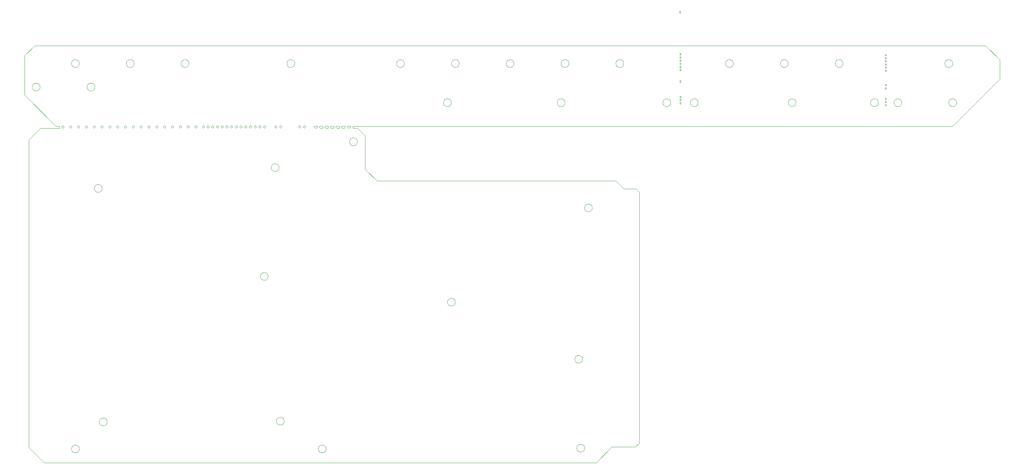
<source format=gbr>
%TF.GenerationSoftware,KiCad,Pcbnew,8.0.3-1.fc40*%
%TF.CreationDate,2024-06-20T20:24:14-04:00*%
%TF.ProjectId,sampler_split_sensor,73616d70-6c65-4725-9f73-706c69745f73,rev?*%
%TF.SameCoordinates,Original*%
%TF.FileFunction,Profile,NP*%
%FSLAX46Y46*%
G04 Gerber Fmt 4.6, Leading zero omitted, Abs format (unit mm)*
G04 Created by KiCad (PCBNEW 8.0.3-1.fc40) date 2024-06-20 20:24:14*
%MOMM*%
%LPD*%
G01*
G04 APERTURE LIST*
%TA.AperFunction,Profile*%
%ADD10C,0.050000*%
%TD*%
G04 APERTURE END LIST*
D10*
X27082843Y-52217158D02*
G75*
G02*
X26517157Y-52217158I-282843J0D01*
G01*
X26517157Y-52217158D02*
G75*
G02*
X27082843Y-52217158I282843J0D01*
G01*
X25082843Y-52217158D02*
G75*
G02*
X24517157Y-52217158I-282843J0D01*
G01*
X24517157Y-52217158D02*
G75*
G02*
X25082843Y-52217158I282843J0D01*
G01*
X23082843Y-52217158D02*
G75*
G02*
X22517157Y-52217158I-282843J0D01*
G01*
X22517157Y-52217158D02*
G75*
G02*
X23082843Y-52217158I282843J0D01*
G01*
X33082843Y-52217158D02*
G75*
G02*
X32517157Y-52217158I-282843J0D01*
G01*
X32517157Y-52217158D02*
G75*
G02*
X33082843Y-52217158I282843J0D01*
G01*
X31082843Y-52217158D02*
G75*
G02*
X30517157Y-52217158I-282843J0D01*
G01*
X30517157Y-52217158D02*
G75*
G02*
X31082843Y-52217158I282843J0D01*
G01*
X29082843Y-52217158D02*
G75*
G02*
X28517157Y-52217158I-282843J0D01*
G01*
X28517157Y-52217158D02*
G75*
G02*
X29082843Y-52217158I282843J0D01*
G01*
X39082843Y-52217158D02*
G75*
G02*
X38517157Y-52217158I-282843J0D01*
G01*
X38517157Y-52217158D02*
G75*
G02*
X39082843Y-52217158I282843J0D01*
G01*
X37082843Y-52217158D02*
G75*
G02*
X36517157Y-52217158I-282843J0D01*
G01*
X36517157Y-52217158D02*
G75*
G02*
X37082843Y-52217158I282843J0D01*
G01*
X35082843Y-52217158D02*
G75*
G02*
X34517157Y-52217158I-282843J0D01*
G01*
X34517157Y-52217158D02*
G75*
G02*
X35082843Y-52217158I282843J0D01*
G01*
X45082843Y-52217158D02*
G75*
G02*
X44517157Y-52217158I-282843J0D01*
G01*
X44517157Y-52217158D02*
G75*
G02*
X45082843Y-52217158I282843J0D01*
G01*
X43082843Y-52217158D02*
G75*
G02*
X42517157Y-52217158I-282843J0D01*
G01*
X42517157Y-52217158D02*
G75*
G02*
X43082843Y-52217158I282843J0D01*
G01*
X41082843Y-52217158D02*
G75*
G02*
X40517157Y-52217158I-282843J0D01*
G01*
X40517157Y-52217158D02*
G75*
G02*
X41082843Y-52217158I282843J0D01*
G01*
X51082843Y-52217158D02*
G75*
G02*
X50517157Y-52217158I-282843J0D01*
G01*
X50517157Y-52217158D02*
G75*
G02*
X51082843Y-52217158I282843J0D01*
G01*
X49082843Y-52217158D02*
G75*
G02*
X48517157Y-52217158I-282843J0D01*
G01*
X48517157Y-52217158D02*
G75*
G02*
X49082843Y-52217158I282843J0D01*
G01*
X47082843Y-52217158D02*
G75*
G02*
X46517157Y-52217158I-282843J0D01*
G01*
X46517157Y-52217158D02*
G75*
G02*
X47082843Y-52217158I282843J0D01*
G01*
X53100001Y-52200000D02*
G75*
G02*
X52534315Y-52200000I-282843J0D01*
G01*
X52534315Y-52200000D02*
G75*
G02*
X53100001Y-52200000I282843J0D01*
G01*
X55100001Y-52200000D02*
G75*
G02*
X54534315Y-52200000I-282843J0D01*
G01*
X54534315Y-52200000D02*
G75*
G02*
X55100001Y-52200000I282843J0D01*
G01*
X57100001Y-52200000D02*
G75*
G02*
X56534315Y-52200000I-282843J0D01*
G01*
X56534315Y-52200000D02*
G75*
G02*
X57100001Y-52200000I282843J0D01*
G01*
X60182843Y-52200000D02*
G75*
G02*
X59617157Y-52200000I-282843J0D01*
G01*
X59617157Y-52200000D02*
G75*
G02*
X60182843Y-52200000I282843J0D01*
G01*
X58965685Y-52200000D02*
G75*
G02*
X58399999Y-52200000I-282843J0D01*
G01*
X58399999Y-52200000D02*
G75*
G02*
X58965685Y-52200000I282843J0D01*
G01*
X61365685Y-52200000D02*
G75*
G02*
X60799999Y-52200000I-282843J0D01*
G01*
X60799999Y-52200000D02*
G75*
G02*
X61365685Y-52200000I282843J0D01*
G01*
X63765685Y-52200000D02*
G75*
G02*
X63199999Y-52200000I-282843J0D01*
G01*
X63199999Y-52200000D02*
G75*
G02*
X63765685Y-52200000I282843J0D01*
G01*
X62582843Y-52200000D02*
G75*
G02*
X62017157Y-52200000I-282843J0D01*
G01*
X62017157Y-52200000D02*
G75*
G02*
X62582843Y-52200000I282843J0D01*
G01*
X64982843Y-52200000D02*
G75*
G02*
X64417157Y-52200000I-282843J0D01*
G01*
X64417157Y-52200000D02*
G75*
G02*
X64982843Y-52200000I282843J0D01*
G01*
X66165685Y-52200000D02*
G75*
G02*
X65599999Y-52200000I-282843J0D01*
G01*
X65599999Y-52200000D02*
G75*
G02*
X66165685Y-52200000I282843J0D01*
G01*
X68565685Y-52200000D02*
G75*
G02*
X67999999Y-52200000I-282843J0D01*
G01*
X67999999Y-52200000D02*
G75*
G02*
X68565685Y-52200000I282843J0D01*
G01*
X67382843Y-52200000D02*
G75*
G02*
X66817157Y-52200000I-282843J0D01*
G01*
X66817157Y-52200000D02*
G75*
G02*
X67382843Y-52200000I282843J0D01*
G01*
X69782843Y-52200000D02*
G75*
G02*
X69217157Y-52200000I-282843J0D01*
G01*
X69217157Y-52200000D02*
G75*
G02*
X69782843Y-52200000I282843J0D01*
G01*
X70982843Y-52200000D02*
G75*
G02*
X70417157Y-52200000I-282843J0D01*
G01*
X70417157Y-52200000D02*
G75*
G02*
X70982843Y-52200000I282843J0D01*
G01*
X72200001Y-52200000D02*
G75*
G02*
X71634315Y-52200000I-282843J0D01*
G01*
X71634315Y-52200000D02*
G75*
G02*
X72200001Y-52200000I282843J0D01*
G01*
X73382843Y-52200000D02*
G75*
G02*
X72817157Y-52200000I-282843J0D01*
G01*
X72817157Y-52200000D02*
G75*
G02*
X73382843Y-52200000I282843J0D01*
G01*
X74600001Y-52200000D02*
G75*
G02*
X74034315Y-52200000I-282843J0D01*
G01*
X74034315Y-52200000D02*
G75*
G02*
X74600001Y-52200000I282843J0D01*
G01*
X77482843Y-52200000D02*
G75*
G02*
X76917157Y-52200000I-282843J0D01*
G01*
X76917157Y-52200000D02*
G75*
G02*
X77482843Y-52200000I282843J0D01*
G01*
X78700001Y-52200000D02*
G75*
G02*
X78134315Y-52200000I-282843J0D01*
G01*
X78134315Y-52200000D02*
G75*
G02*
X78700001Y-52200000I282843J0D01*
G01*
X83565685Y-52200000D02*
G75*
G02*
X82999999Y-52200000I-282843J0D01*
G01*
X82999999Y-52200000D02*
G75*
G02*
X83565685Y-52200000I282843J0D01*
G01*
X84782843Y-52200000D02*
G75*
G02*
X84217157Y-52200000I-282843J0D01*
G01*
X84217157Y-52200000D02*
G75*
G02*
X84782843Y-52200000I282843J0D01*
G01*
X87176777Y-51973223D02*
X87676777Y-51973223D01*
X87676777Y-51973223D02*
G75*
G02*
X87926777Y-52223223I3J-249997D01*
G01*
X86926777Y-52223223D02*
G75*
G02*
X87176777Y-51973223I249999J1D01*
G01*
X87176777Y-52473223D02*
G75*
G02*
X86926777Y-52223223I-1J249999D01*
G01*
X87676777Y-52473223D02*
X87176777Y-52473223D01*
X87926777Y-52223223D02*
G75*
G02*
X87676777Y-52473223I-249999J-1D01*
G01*
X89273223Y-52250000D02*
G75*
G02*
X89023223Y-52500000I-249999J-1D01*
G01*
X91850000Y-52526779D02*
X91350000Y-52526779D01*
X89950000Y-52500000D02*
G75*
G02*
X89700000Y-52250000I3J250003D01*
G01*
X89700000Y-52250000D02*
G75*
G02*
X89950000Y-51999994I250003J3D01*
G01*
X89950000Y-52000000D02*
X90450000Y-52000000D01*
X90700000Y-52250000D02*
G75*
G02*
X90450000Y-52499994I-249997J3D01*
G01*
X90450000Y-52000000D02*
G75*
G02*
X90700000Y-52250000I23J-249977D01*
G01*
X90450000Y-52500000D02*
X89950000Y-52500000D01*
X92100000Y-52276779D02*
G75*
G02*
X91850000Y-52526777I-249994J-4D01*
G01*
X89023223Y-52000000D02*
G75*
G02*
X89273223Y-52250000I3J-249997D01*
G01*
X91100000Y-52276779D02*
G75*
G02*
X91350000Y-52026777I249996J6D01*
G01*
X88523223Y-52500000D02*
G75*
G02*
X88273223Y-52250000I-1J249999D01*
G01*
X89023223Y-52500000D02*
X88523223Y-52500000D01*
X88523223Y-52000000D02*
X89023223Y-52000000D01*
X91350000Y-52526779D02*
G75*
G02*
X91100000Y-52276779I-4J249996D01*
G01*
X91850000Y-52026779D02*
G75*
G02*
X92100000Y-52276779I46J-249954D01*
G01*
X88273223Y-52250000D02*
G75*
G02*
X88523223Y-52000000I249999J1D01*
G01*
X91350000Y-52026779D02*
X91850000Y-52026779D01*
X95576777Y-52473223D02*
G75*
G02*
X95326777Y-52223223I-1J249999D01*
G01*
X95326777Y-52223223D02*
G75*
G02*
X95576777Y-51973223I249999J1D01*
G01*
X95576777Y-51973223D02*
X96076777Y-51973223D01*
X96326777Y-52223223D02*
G75*
G02*
X96076777Y-52473223I-249999J-1D01*
G01*
X96076777Y-51973223D02*
G75*
G02*
X96326777Y-52223223I3J-249997D01*
G01*
X96076777Y-52473223D02*
X95576777Y-52473223D01*
X93250000Y-52500000D02*
X92750000Y-52500000D01*
X92750000Y-52000000D02*
X93250000Y-52000000D01*
X93500000Y-52250000D02*
G75*
G02*
X93250000Y-52500000I-250000J0D01*
G01*
X92750000Y-52500000D02*
G75*
G02*
X92500000Y-52250000I0J250000D01*
G01*
X93250000Y-52000000D02*
G75*
G02*
X93500000Y-52250000I0J-250000D01*
G01*
X92500000Y-52250000D02*
G75*
G02*
X92750000Y-52000000I250000J0D01*
G01*
X94150000Y-52000000D02*
X94650000Y-52000000D01*
X94650000Y-52500000D02*
X94150000Y-52500000D01*
X94650000Y-52000000D02*
G75*
G02*
X94900000Y-52250000I0J-250000D01*
G01*
X94900000Y-52250000D02*
G75*
G02*
X94650000Y-52500000I-250000J0D01*
G01*
X93900000Y-52250000D02*
G75*
G02*
X94150000Y-52000000I250000J0D01*
G01*
X94150000Y-52500000D02*
G75*
G02*
X93900000Y-52250000I0J250000D01*
G01*
X27000000Y-36000000D02*
G75*
G02*
X25000000Y-36000000I-1000000J0D01*
G01*
X25000000Y-36000000D02*
G75*
G02*
X27000000Y-36000000I1000000J0D01*
G01*
X41000000Y-36000000D02*
G75*
G02*
X39000000Y-36000000I-1000000J0D01*
G01*
X39000000Y-36000000D02*
G75*
G02*
X41000000Y-36000000I1000000J0D01*
G01*
X55000000Y-36000000D02*
G75*
G02*
X53000000Y-36000000I-1000000J0D01*
G01*
X53000000Y-36000000D02*
G75*
G02*
X55000000Y-36000000I1000000J0D01*
G01*
X82000000Y-36000000D02*
G75*
G02*
X80000000Y-36000000I-1000000J0D01*
G01*
X80000000Y-36000000D02*
G75*
G02*
X82000000Y-36000000I1000000J0D01*
G01*
X110000000Y-36000000D02*
G75*
G02*
X108000000Y-36000000I-1000000J0D01*
G01*
X108000000Y-36000000D02*
G75*
G02*
X110000000Y-36000000I1000000J0D01*
G01*
X124000000Y-36000000D02*
G75*
G02*
X122000000Y-36000000I-1000000J0D01*
G01*
X122000000Y-36000000D02*
G75*
G02*
X124000000Y-36000000I1000000J0D01*
G01*
X138000000Y-36000000D02*
G75*
G02*
X136000000Y-36000000I-1000000J0D01*
G01*
X136000000Y-36000000D02*
G75*
G02*
X138000000Y-36000000I1000000J0D01*
G01*
X152000000Y-36000000D02*
G75*
G02*
X150000000Y-36000000I-1000000J0D01*
G01*
X150000000Y-36000000D02*
G75*
G02*
X152000000Y-36000000I1000000J0D01*
G01*
X166000000Y-36000000D02*
G75*
G02*
X164000000Y-36000000I-1000000J0D01*
G01*
X164000000Y-36000000D02*
G75*
G02*
X166000000Y-36000000I1000000J0D01*
G01*
X194000000Y-36000000D02*
G75*
G02*
X192000000Y-36000000I-1000000J0D01*
G01*
X192000000Y-36000000D02*
G75*
G02*
X194000000Y-36000000I1000000J0D01*
G01*
X208000000Y-36000000D02*
G75*
G02*
X206000000Y-36000000I-1000000J0D01*
G01*
X206000000Y-36000000D02*
G75*
G02*
X208000000Y-36000000I1000000J0D01*
G01*
X222000000Y-36000000D02*
G75*
G02*
X220000000Y-36000000I-1000000J0D01*
G01*
X220000000Y-36000000D02*
G75*
G02*
X222000000Y-36000000I1000000J0D01*
G01*
X210000000Y-46000000D02*
G75*
G02*
X208000000Y-46000000I-1000000J0D01*
G01*
X208000000Y-46000000D02*
G75*
G02*
X210000000Y-46000000I1000000J0D01*
G01*
X123000000Y-97000000D02*
G75*
G02*
X121000000Y-97000000I-1000000J0D01*
G01*
X121000000Y-97000000D02*
G75*
G02*
X123000000Y-97000000I1000000J0D01*
G01*
X158000000Y-72900000D02*
G75*
G02*
X156000000Y-72900000I-1000000J0D01*
G01*
X156000000Y-72900000D02*
G75*
G02*
X158000000Y-72900000I1000000J0D01*
G01*
X98000000Y-56000000D02*
G75*
G02*
X96000000Y-56000000I-1000000J0D01*
G01*
X96000000Y-56000000D02*
G75*
G02*
X98000000Y-56000000I1000000J0D01*
G01*
X250000000Y-36000000D02*
G75*
G02*
X248000000Y-36000000I-1000000J0D01*
G01*
X248000000Y-36000000D02*
G75*
G02*
X250000000Y-36000000I1000000J0D01*
G01*
X251000000Y-46000000D02*
G75*
G02*
X249000000Y-46000000I-1000000J0D01*
G01*
X249000000Y-46000000D02*
G75*
G02*
X251000000Y-46000000I1000000J0D01*
G01*
X237000000Y-46000000D02*
G75*
G02*
X235000000Y-46000000I-1000000J0D01*
G01*
X235000000Y-46000000D02*
G75*
G02*
X237000000Y-46000000I1000000J0D01*
G01*
X17000000Y-42000000D02*
G75*
G02*
X15000000Y-42000000I-1000000J0D01*
G01*
X15000000Y-42000000D02*
G75*
G02*
X17000000Y-42000000I1000000J0D01*
G01*
X31000000Y-42000000D02*
G75*
G02*
X29000000Y-42000000I-1000000J0D01*
G01*
X29000000Y-42000000D02*
G75*
G02*
X31000000Y-42000000I1000000J0D01*
G01*
X122000000Y-46000000D02*
G75*
G02*
X120000000Y-46000000I-1000000J0D01*
G01*
X120000000Y-46000000D02*
G75*
G02*
X122000000Y-46000000I1000000J0D01*
G01*
X262000000Y-35000000D02*
X262000000Y-40000000D01*
X250000000Y-52000000D01*
X97000000Y-52000000D01*
X96800000Y-52100000D01*
X96800000Y-52400000D01*
X97000000Y-52500000D01*
X98000000Y-52500000D01*
X100000000Y-54500000D01*
X100000000Y-63000000D01*
X103000000Y-66000000D01*
X164000000Y-66000000D01*
X166000000Y-68000000D01*
X169100000Y-68000000D01*
X170000000Y-68900000D01*
X170000000Y-133000000D01*
X169000000Y-134000000D01*
X163000000Y-134000000D01*
X159000000Y-138000000D01*
X18000000Y-138000000D01*
X14100000Y-134100000D01*
X14100000Y-55500000D01*
X17100000Y-52500000D01*
X22000000Y-52500000D01*
X22000000Y-52000000D01*
X21000000Y-52000000D01*
X13000000Y-44000000D01*
X13000000Y-34000000D01*
X15600000Y-31400000D01*
X258400000Y-31400000D01*
X262000000Y-35000000D01*
X180600000Y-34600000D02*
X180300000Y-34600000D01*
X180300000Y-34200000D01*
X180600000Y-34200000D01*
X180600000Y-34600000D01*
X180600000Y-33800000D02*
X180300000Y-33800000D01*
X180300000Y-33400000D01*
X180600000Y-33400000D01*
X180600000Y-33800000D01*
X180600000Y-35400000D02*
X180300000Y-35400000D01*
X180300000Y-35000000D01*
X180600000Y-35000000D01*
X180600000Y-35400000D01*
X180600000Y-37000000D02*
X180300000Y-37000000D01*
X180300000Y-36600000D01*
X180600000Y-36600000D01*
X180600000Y-37000000D01*
X180600000Y-36200000D02*
X180300000Y-36200000D01*
X180300000Y-35800000D01*
X180600000Y-35800000D01*
X180600000Y-36200000D01*
X180600000Y-37800000D02*
X180300000Y-37800000D01*
X180300000Y-37400000D01*
X180600000Y-37400000D01*
X180600000Y-37800000D01*
X180600000Y-40800000D02*
X180300000Y-40800000D01*
X180300000Y-40300000D01*
X180600000Y-40300000D01*
X180600000Y-40800000D01*
X180600000Y-44700000D02*
X180300000Y-44700000D01*
X180300000Y-44300000D01*
X180600000Y-44300000D01*
X180600000Y-44700000D01*
X180600000Y-45500000D02*
X180300000Y-45500000D01*
X180300000Y-45100000D01*
X180600000Y-45100000D01*
X180600000Y-45500000D01*
X233000000Y-34800000D02*
X232800000Y-34800000D01*
X232800000Y-34400000D01*
X233000000Y-34400000D01*
X233000000Y-34800000D01*
X233000000Y-34000000D02*
X232800000Y-34000000D01*
X232800000Y-33600000D01*
X233000000Y-33600000D01*
X233000000Y-34000000D01*
X233000000Y-38000000D02*
X232800000Y-38000000D01*
X232800000Y-37600000D01*
X233000000Y-37600000D01*
X233000000Y-38000000D01*
X233000000Y-36400000D02*
X232800000Y-36400000D01*
X232800000Y-36000000D01*
X233000000Y-36000000D01*
X233000000Y-36400000D01*
X233000000Y-37200000D02*
X232800000Y-37200000D01*
X232800000Y-36800000D01*
X233000000Y-36800000D01*
X233000000Y-37200000D01*
X233000000Y-35600000D02*
X232800000Y-35600000D01*
X232800000Y-35200000D01*
X233000000Y-35200000D01*
X233000000Y-35600000D01*
X233000000Y-41700000D02*
X232800000Y-41700000D01*
X232800000Y-41300000D01*
X233000000Y-41300000D01*
X233000000Y-41700000D01*
X233000000Y-45200000D02*
X232800000Y-45200000D01*
X232800000Y-44800000D01*
X233000000Y-44800000D01*
X233000000Y-45200000D01*
X233000000Y-46800000D02*
X232800000Y-46800000D01*
X232800000Y-46400000D01*
X233000000Y-46400000D01*
X233000000Y-46800000D01*
X233000000Y-46000000D02*
X232800000Y-46000000D01*
X232800000Y-45600000D01*
X233000000Y-45600000D01*
X233000000Y-46000000D01*
X233000000Y-42500000D02*
X232800000Y-42500000D01*
X232800000Y-42100000D01*
X233000000Y-42100000D01*
X233000000Y-42500000D01*
X180600000Y-46300000D02*
X180300000Y-46300000D01*
X180300000Y-45900000D01*
X180600000Y-45900000D01*
X180600000Y-46300000D01*
X180470000Y-23015000D02*
X180270000Y-23015000D01*
X180270000Y-22615000D01*
X180470000Y-22615000D01*
X180470000Y-23015000D01*
X32835686Y-67915000D02*
G75*
G02*
X30835686Y-67915000I-1000000J0D01*
G01*
X30835686Y-67915000D02*
G75*
G02*
X32835686Y-67915000I1000000J0D01*
G01*
X34115686Y-127600000D02*
G75*
G02*
X32115686Y-127600000I-1000000J0D01*
G01*
X32115686Y-127600000D02*
G75*
G02*
X34115686Y-127600000I1000000J0D01*
G01*
X155515686Y-111600000D02*
G75*
G02*
X153515686Y-111600000I-1000000J0D01*
G01*
X153515686Y-111600000D02*
G75*
G02*
X155515686Y-111600000I1000000J0D01*
G01*
X156015686Y-134300000D02*
G75*
G02*
X154015686Y-134300000I-1000000J0D01*
G01*
X154015686Y-134300000D02*
G75*
G02*
X156015686Y-134300000I1000000J0D01*
G01*
X178000000Y-46000000D02*
G75*
G02*
X176000000Y-46000000I-1000000J0D01*
G01*
X176000000Y-46000000D02*
G75*
G02*
X178000000Y-46000000I1000000J0D01*
G01*
X75215686Y-90400000D02*
G75*
G02*
X73215686Y-90400000I-1000000J0D01*
G01*
X73215686Y-90400000D02*
G75*
G02*
X75215686Y-90400000I1000000J0D01*
G01*
X27015686Y-134500000D02*
G75*
G02*
X25015686Y-134500000I-1000000J0D01*
G01*
X25015686Y-134500000D02*
G75*
G02*
X27015686Y-134500000I1000000J0D01*
G01*
X185000000Y-46000000D02*
G75*
G02*
X183000000Y-46000000I-1000000J0D01*
G01*
X183000000Y-46000000D02*
G75*
G02*
X185000000Y-46000000I1000000J0D01*
G01*
X79315686Y-127400000D02*
G75*
G02*
X77315686Y-127400000I-1000000J0D01*
G01*
X77315686Y-127400000D02*
G75*
G02*
X79315686Y-127400000I1000000J0D01*
G01*
X231000000Y-46000000D02*
G75*
G02*
X229000000Y-46000000I-1000000J0D01*
G01*
X229000000Y-46000000D02*
G75*
G02*
X231000000Y-46000000I1000000J0D01*
G01*
X151000000Y-46000000D02*
G75*
G02*
X149000000Y-46000000I-1000000J0D01*
G01*
X149000000Y-46000000D02*
G75*
G02*
X151000000Y-46000000I1000000J0D01*
G01*
X90015686Y-134500000D02*
G75*
G02*
X88015686Y-134500000I-1000000J0D01*
G01*
X88015686Y-134500000D02*
G75*
G02*
X90015686Y-134500000I1000000J0D01*
G01*
X78015686Y-62600000D02*
G75*
G02*
X76015686Y-62600000I-1000000J0D01*
G01*
X76015686Y-62600000D02*
G75*
G02*
X78015686Y-62600000I1000000J0D01*
G01*
M02*

</source>
